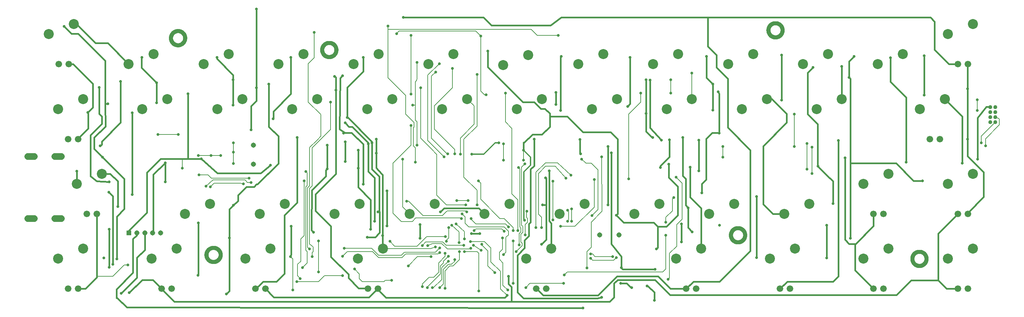
<source format=gtl>
G75*
%MOIN*%
%OFA0B0*%
%FSLAX25Y25*%
%IPPOS*%
%LPD*%
%AMOC8*
5,1,8,0,0,1.08239X$1,22.5*
%
%ADD10C,0.10000*%
%ADD11C,0.06600*%
%ADD12C,0.05150*%
%ADD13R,0.05150X0.05150*%
%ADD14C,0.06600*%
%ADD15C,0.03969*%
%ADD16C,0.03937*%
%ADD17C,0.03200*%
%ADD18C,0.02800*%
%ADD19C,0.01600*%
%ADD20C,0.00600*%
%ADD21C,0.01200*%
D10*
X0042657Y0056842D03*
X0067657Y0066842D03*
X0136161Y0056842D03*
X0161161Y0066842D03*
X0229665Y0056842D03*
X0254665Y0066842D03*
X0341870Y0056842D03*
X0366870Y0066842D03*
X0393622Y0101645D03*
X0418622Y0111645D03*
X0468425Y0101645D03*
X0493425Y0111645D03*
X0543228Y0101645D03*
X0568228Y0111645D03*
X0618031Y0101645D03*
X0643031Y0111645D03*
X0692835Y0101645D03*
X0717835Y0111645D03*
X0767638Y0101645D03*
X0792638Y0111645D03*
X0846791Y0131645D03*
X0871791Y0141645D03*
X0930945Y0131645D03*
X0955945Y0141645D03*
X0902894Y0206449D03*
X0927894Y0216449D03*
X0861142Y0251252D03*
X0886142Y0261252D03*
X0930945Y0281252D03*
X0955945Y0291252D03*
X0811339Y0261252D03*
X0786339Y0251252D03*
X0736535Y0261252D03*
X0711535Y0251252D03*
X0661732Y0261252D03*
X0636732Y0251252D03*
X0586929Y0261252D03*
X0561929Y0251252D03*
X0512126Y0260267D03*
X0487126Y0250267D03*
X0437323Y0261252D03*
X0412323Y0251252D03*
X0362520Y0261252D03*
X0337520Y0251252D03*
X0287717Y0261252D03*
X0262717Y0251252D03*
X0212913Y0261252D03*
X0187913Y0251252D03*
X0138110Y0261252D03*
X0113110Y0251252D03*
X0033307Y0281252D03*
X0058307Y0291252D03*
X0067657Y0216449D03*
X0042657Y0206449D03*
X0126811Y0206449D03*
X0151811Y0216449D03*
X0201614Y0206449D03*
X0226614Y0216449D03*
X0276417Y0206449D03*
X0301417Y0216449D03*
X0351220Y0206449D03*
X0376220Y0216449D03*
X0426024Y0206449D03*
X0451024Y0216449D03*
X0500827Y0206449D03*
X0525827Y0216449D03*
X0575630Y0206449D03*
X0600630Y0216449D03*
X0650433Y0206449D03*
X0675433Y0216449D03*
X0725236Y0206449D03*
X0750236Y0216449D03*
X0800039Y0206449D03*
X0825039Y0216449D03*
X0778287Y0066842D03*
X0753287Y0056842D03*
X0684783Y0066842D03*
X0659783Y0056842D03*
X0535177Y0066842D03*
X0510177Y0056842D03*
X0343819Y0111645D03*
X0318819Y0101645D03*
X0269016Y0111645D03*
X0244016Y0101645D03*
X0194213Y0111645D03*
X0169213Y0101645D03*
X0061358Y0131645D03*
X0086358Y0141645D03*
X0846791Y0056842D03*
X0871791Y0066842D03*
X0930945Y0056842D03*
X0955945Y0066842D03*
D11*
X0052657Y0026842D03*
X0062657Y0026842D03*
X0146161Y0026842D03*
X0156161Y0026842D03*
X0239665Y0026842D03*
X0249665Y0026842D03*
X0351870Y0026842D03*
X0361870Y0026842D03*
X0520177Y0026842D03*
X0530177Y0026842D03*
X0669783Y0026842D03*
X0679783Y0026842D03*
X0763287Y0026842D03*
X0773287Y0026842D03*
X0856791Y0026842D03*
X0866791Y0026842D03*
X0940945Y0026842D03*
X0950945Y0026842D03*
X0950945Y0101645D03*
X0940945Y0101645D03*
X0866791Y0101645D03*
X0856791Y0101645D03*
X0912894Y0176449D03*
X0922894Y0176449D03*
X0940945Y0251252D03*
X0950945Y0251252D03*
X0081358Y0101645D03*
X0071358Y0101645D03*
X0062657Y0176449D03*
X0052657Y0176449D03*
X0053307Y0251252D03*
X0043307Y0251252D03*
D12*
X0237850Y0170373D03*
X0237850Y0151160D03*
X0144948Y0082767D03*
X0137074Y0082767D03*
X0129200Y0082767D03*
X0121326Y0082767D03*
X0583394Y0080767D03*
X0602606Y0080767D03*
D13*
X0113452Y0082767D03*
D14*
X0046056Y0097068D02*
X0039456Y0097068D01*
X0018930Y0097068D02*
X0012330Y0097068D01*
X0012330Y0158879D02*
X0018930Y0158879D01*
X0039456Y0158879D02*
X0046056Y0158879D01*
D15*
X0973300Y0193167D03*
X0978300Y0193167D03*
X0978300Y0198167D03*
X0978300Y0203167D03*
X0973300Y0203167D03*
X0973300Y0198167D03*
X0973300Y0208167D03*
X0978300Y0208167D03*
D16*
X0751850Y0285031D02*
X0751852Y0285205D01*
X0751859Y0285379D01*
X0751869Y0285552D01*
X0751884Y0285726D01*
X0751903Y0285899D01*
X0751927Y0286071D01*
X0751954Y0286243D01*
X0751986Y0286414D01*
X0752022Y0286584D01*
X0752062Y0286753D01*
X0752107Y0286921D01*
X0752155Y0287088D01*
X0752208Y0287254D01*
X0752264Y0287419D01*
X0752325Y0287582D01*
X0752389Y0287743D01*
X0752458Y0287903D01*
X0752530Y0288061D01*
X0752607Y0288217D01*
X0752687Y0288372D01*
X0752771Y0288524D01*
X0752858Y0288674D01*
X0752950Y0288823D01*
X0753044Y0288968D01*
X0753143Y0289112D01*
X0753245Y0289253D01*
X0753350Y0289391D01*
X0753459Y0289527D01*
X0753571Y0289660D01*
X0753686Y0289790D01*
X0753804Y0289918D01*
X0753926Y0290042D01*
X0754050Y0290164D01*
X0754178Y0290282D01*
X0754308Y0290397D01*
X0754441Y0290509D01*
X0754577Y0290618D01*
X0754715Y0290723D01*
X0754856Y0290825D01*
X0755000Y0290924D01*
X0755145Y0291018D01*
X0755294Y0291110D01*
X0755444Y0291197D01*
X0755596Y0291281D01*
X0755751Y0291361D01*
X0755907Y0291438D01*
X0756065Y0291510D01*
X0756225Y0291579D01*
X0756386Y0291643D01*
X0756549Y0291704D01*
X0756714Y0291760D01*
X0756880Y0291813D01*
X0757047Y0291861D01*
X0757215Y0291906D01*
X0757384Y0291946D01*
X0757554Y0291982D01*
X0757725Y0292014D01*
X0757897Y0292041D01*
X0758069Y0292065D01*
X0758242Y0292084D01*
X0758416Y0292099D01*
X0758589Y0292109D01*
X0758763Y0292116D01*
X0758937Y0292118D01*
X0759111Y0292116D01*
X0759285Y0292109D01*
X0759458Y0292099D01*
X0759632Y0292084D01*
X0759805Y0292065D01*
X0759977Y0292041D01*
X0760149Y0292014D01*
X0760320Y0291982D01*
X0760490Y0291946D01*
X0760659Y0291906D01*
X0760827Y0291861D01*
X0760994Y0291813D01*
X0761160Y0291760D01*
X0761325Y0291704D01*
X0761488Y0291643D01*
X0761649Y0291579D01*
X0761809Y0291510D01*
X0761967Y0291438D01*
X0762123Y0291361D01*
X0762278Y0291281D01*
X0762430Y0291197D01*
X0762580Y0291110D01*
X0762729Y0291018D01*
X0762874Y0290924D01*
X0763018Y0290825D01*
X0763159Y0290723D01*
X0763297Y0290618D01*
X0763433Y0290509D01*
X0763566Y0290397D01*
X0763696Y0290282D01*
X0763824Y0290164D01*
X0763948Y0290042D01*
X0764070Y0289918D01*
X0764188Y0289790D01*
X0764303Y0289660D01*
X0764415Y0289527D01*
X0764524Y0289391D01*
X0764629Y0289253D01*
X0764731Y0289112D01*
X0764830Y0288968D01*
X0764924Y0288823D01*
X0765016Y0288674D01*
X0765103Y0288524D01*
X0765187Y0288372D01*
X0765267Y0288217D01*
X0765344Y0288061D01*
X0765416Y0287903D01*
X0765485Y0287743D01*
X0765549Y0287582D01*
X0765610Y0287419D01*
X0765666Y0287254D01*
X0765719Y0287088D01*
X0765767Y0286921D01*
X0765812Y0286753D01*
X0765852Y0286584D01*
X0765888Y0286414D01*
X0765920Y0286243D01*
X0765947Y0286071D01*
X0765971Y0285899D01*
X0765990Y0285726D01*
X0766005Y0285552D01*
X0766015Y0285379D01*
X0766022Y0285205D01*
X0766024Y0285031D01*
X0766022Y0284857D01*
X0766015Y0284683D01*
X0766005Y0284510D01*
X0765990Y0284336D01*
X0765971Y0284163D01*
X0765947Y0283991D01*
X0765920Y0283819D01*
X0765888Y0283648D01*
X0765852Y0283478D01*
X0765812Y0283309D01*
X0765767Y0283141D01*
X0765719Y0282974D01*
X0765666Y0282808D01*
X0765610Y0282643D01*
X0765549Y0282480D01*
X0765485Y0282319D01*
X0765416Y0282159D01*
X0765344Y0282001D01*
X0765267Y0281845D01*
X0765187Y0281690D01*
X0765103Y0281538D01*
X0765016Y0281388D01*
X0764924Y0281239D01*
X0764830Y0281094D01*
X0764731Y0280950D01*
X0764629Y0280809D01*
X0764524Y0280671D01*
X0764415Y0280535D01*
X0764303Y0280402D01*
X0764188Y0280272D01*
X0764070Y0280144D01*
X0763948Y0280020D01*
X0763824Y0279898D01*
X0763696Y0279780D01*
X0763566Y0279665D01*
X0763433Y0279553D01*
X0763297Y0279444D01*
X0763159Y0279339D01*
X0763018Y0279237D01*
X0762874Y0279138D01*
X0762729Y0279044D01*
X0762580Y0278952D01*
X0762430Y0278865D01*
X0762278Y0278781D01*
X0762123Y0278701D01*
X0761967Y0278624D01*
X0761809Y0278552D01*
X0761649Y0278483D01*
X0761488Y0278419D01*
X0761325Y0278358D01*
X0761160Y0278302D01*
X0760994Y0278249D01*
X0760827Y0278201D01*
X0760659Y0278156D01*
X0760490Y0278116D01*
X0760320Y0278080D01*
X0760149Y0278048D01*
X0759977Y0278021D01*
X0759805Y0277997D01*
X0759632Y0277978D01*
X0759458Y0277963D01*
X0759285Y0277953D01*
X0759111Y0277946D01*
X0758937Y0277944D01*
X0758763Y0277946D01*
X0758589Y0277953D01*
X0758416Y0277963D01*
X0758242Y0277978D01*
X0758069Y0277997D01*
X0757897Y0278021D01*
X0757725Y0278048D01*
X0757554Y0278080D01*
X0757384Y0278116D01*
X0757215Y0278156D01*
X0757047Y0278201D01*
X0756880Y0278249D01*
X0756714Y0278302D01*
X0756549Y0278358D01*
X0756386Y0278419D01*
X0756225Y0278483D01*
X0756065Y0278552D01*
X0755907Y0278624D01*
X0755751Y0278701D01*
X0755596Y0278781D01*
X0755444Y0278865D01*
X0755294Y0278952D01*
X0755145Y0279044D01*
X0755000Y0279138D01*
X0754856Y0279237D01*
X0754715Y0279339D01*
X0754577Y0279444D01*
X0754441Y0279553D01*
X0754308Y0279665D01*
X0754178Y0279780D01*
X0754050Y0279898D01*
X0753926Y0280020D01*
X0753804Y0280144D01*
X0753686Y0280272D01*
X0753571Y0280402D01*
X0753459Y0280535D01*
X0753350Y0280671D01*
X0753245Y0280809D01*
X0753143Y0280950D01*
X0753044Y0281094D01*
X0752950Y0281239D01*
X0752858Y0281388D01*
X0752771Y0281538D01*
X0752687Y0281690D01*
X0752607Y0281845D01*
X0752530Y0282001D01*
X0752458Y0282159D01*
X0752389Y0282319D01*
X0752325Y0282480D01*
X0752264Y0282643D01*
X0752208Y0282808D01*
X0752155Y0282974D01*
X0752107Y0283141D01*
X0752062Y0283309D01*
X0752022Y0283478D01*
X0751986Y0283648D01*
X0751954Y0283819D01*
X0751927Y0283991D01*
X0751903Y0284163D01*
X0751884Y0284336D01*
X0751869Y0284510D01*
X0751859Y0284683D01*
X0751852Y0284857D01*
X0751850Y0285031D01*
X0306368Y0265346D02*
X0306370Y0265520D01*
X0306377Y0265694D01*
X0306387Y0265867D01*
X0306402Y0266041D01*
X0306421Y0266214D01*
X0306445Y0266386D01*
X0306472Y0266558D01*
X0306504Y0266729D01*
X0306540Y0266899D01*
X0306580Y0267068D01*
X0306625Y0267236D01*
X0306673Y0267403D01*
X0306726Y0267569D01*
X0306782Y0267734D01*
X0306843Y0267897D01*
X0306907Y0268058D01*
X0306976Y0268218D01*
X0307048Y0268376D01*
X0307125Y0268532D01*
X0307205Y0268687D01*
X0307289Y0268839D01*
X0307376Y0268989D01*
X0307468Y0269138D01*
X0307562Y0269283D01*
X0307661Y0269427D01*
X0307763Y0269568D01*
X0307868Y0269706D01*
X0307977Y0269842D01*
X0308089Y0269975D01*
X0308204Y0270105D01*
X0308322Y0270233D01*
X0308444Y0270357D01*
X0308568Y0270479D01*
X0308696Y0270597D01*
X0308826Y0270712D01*
X0308959Y0270824D01*
X0309095Y0270933D01*
X0309233Y0271038D01*
X0309374Y0271140D01*
X0309518Y0271239D01*
X0309663Y0271333D01*
X0309812Y0271425D01*
X0309962Y0271512D01*
X0310114Y0271596D01*
X0310269Y0271676D01*
X0310425Y0271753D01*
X0310583Y0271825D01*
X0310743Y0271894D01*
X0310904Y0271958D01*
X0311067Y0272019D01*
X0311232Y0272075D01*
X0311398Y0272128D01*
X0311565Y0272176D01*
X0311733Y0272221D01*
X0311902Y0272261D01*
X0312072Y0272297D01*
X0312243Y0272329D01*
X0312415Y0272356D01*
X0312587Y0272380D01*
X0312760Y0272399D01*
X0312934Y0272414D01*
X0313107Y0272424D01*
X0313281Y0272431D01*
X0313455Y0272433D01*
X0313629Y0272431D01*
X0313803Y0272424D01*
X0313976Y0272414D01*
X0314150Y0272399D01*
X0314323Y0272380D01*
X0314495Y0272356D01*
X0314667Y0272329D01*
X0314838Y0272297D01*
X0315008Y0272261D01*
X0315177Y0272221D01*
X0315345Y0272176D01*
X0315512Y0272128D01*
X0315678Y0272075D01*
X0315843Y0272019D01*
X0316006Y0271958D01*
X0316167Y0271894D01*
X0316327Y0271825D01*
X0316485Y0271753D01*
X0316641Y0271676D01*
X0316796Y0271596D01*
X0316948Y0271512D01*
X0317098Y0271425D01*
X0317247Y0271333D01*
X0317392Y0271239D01*
X0317536Y0271140D01*
X0317677Y0271038D01*
X0317815Y0270933D01*
X0317951Y0270824D01*
X0318084Y0270712D01*
X0318214Y0270597D01*
X0318342Y0270479D01*
X0318466Y0270357D01*
X0318588Y0270233D01*
X0318706Y0270105D01*
X0318821Y0269975D01*
X0318933Y0269842D01*
X0319042Y0269706D01*
X0319147Y0269568D01*
X0319249Y0269427D01*
X0319348Y0269283D01*
X0319442Y0269138D01*
X0319534Y0268989D01*
X0319621Y0268839D01*
X0319705Y0268687D01*
X0319785Y0268532D01*
X0319862Y0268376D01*
X0319934Y0268218D01*
X0320003Y0268058D01*
X0320067Y0267897D01*
X0320128Y0267734D01*
X0320184Y0267569D01*
X0320237Y0267403D01*
X0320285Y0267236D01*
X0320330Y0267068D01*
X0320370Y0266899D01*
X0320406Y0266729D01*
X0320438Y0266558D01*
X0320465Y0266386D01*
X0320489Y0266214D01*
X0320508Y0266041D01*
X0320523Y0265867D01*
X0320533Y0265694D01*
X0320540Y0265520D01*
X0320542Y0265346D01*
X0320540Y0265172D01*
X0320533Y0264998D01*
X0320523Y0264825D01*
X0320508Y0264651D01*
X0320489Y0264478D01*
X0320465Y0264306D01*
X0320438Y0264134D01*
X0320406Y0263963D01*
X0320370Y0263793D01*
X0320330Y0263624D01*
X0320285Y0263456D01*
X0320237Y0263289D01*
X0320184Y0263123D01*
X0320128Y0262958D01*
X0320067Y0262795D01*
X0320003Y0262634D01*
X0319934Y0262474D01*
X0319862Y0262316D01*
X0319785Y0262160D01*
X0319705Y0262005D01*
X0319621Y0261853D01*
X0319534Y0261703D01*
X0319442Y0261554D01*
X0319348Y0261409D01*
X0319249Y0261265D01*
X0319147Y0261124D01*
X0319042Y0260986D01*
X0318933Y0260850D01*
X0318821Y0260717D01*
X0318706Y0260587D01*
X0318588Y0260459D01*
X0318466Y0260335D01*
X0318342Y0260213D01*
X0318214Y0260095D01*
X0318084Y0259980D01*
X0317951Y0259868D01*
X0317815Y0259759D01*
X0317677Y0259654D01*
X0317536Y0259552D01*
X0317392Y0259453D01*
X0317247Y0259359D01*
X0317098Y0259267D01*
X0316948Y0259180D01*
X0316796Y0259096D01*
X0316641Y0259016D01*
X0316485Y0258939D01*
X0316327Y0258867D01*
X0316167Y0258798D01*
X0316006Y0258734D01*
X0315843Y0258673D01*
X0315678Y0258617D01*
X0315512Y0258564D01*
X0315345Y0258516D01*
X0315177Y0258471D01*
X0315008Y0258431D01*
X0314838Y0258395D01*
X0314667Y0258363D01*
X0314495Y0258336D01*
X0314323Y0258312D01*
X0314150Y0258293D01*
X0313976Y0258278D01*
X0313803Y0258268D01*
X0313629Y0258261D01*
X0313455Y0258259D01*
X0313281Y0258261D01*
X0313107Y0258268D01*
X0312934Y0258278D01*
X0312760Y0258293D01*
X0312587Y0258312D01*
X0312415Y0258336D01*
X0312243Y0258363D01*
X0312072Y0258395D01*
X0311902Y0258431D01*
X0311733Y0258471D01*
X0311565Y0258516D01*
X0311398Y0258564D01*
X0311232Y0258617D01*
X0311067Y0258673D01*
X0310904Y0258734D01*
X0310743Y0258798D01*
X0310583Y0258867D01*
X0310425Y0258939D01*
X0310269Y0259016D01*
X0310114Y0259096D01*
X0309962Y0259180D01*
X0309812Y0259267D01*
X0309663Y0259359D01*
X0309518Y0259453D01*
X0309374Y0259552D01*
X0309233Y0259654D01*
X0309095Y0259759D01*
X0308959Y0259868D01*
X0308826Y0259980D01*
X0308696Y0260095D01*
X0308568Y0260213D01*
X0308444Y0260335D01*
X0308322Y0260459D01*
X0308204Y0260587D01*
X0308089Y0260717D01*
X0307977Y0260850D01*
X0307868Y0260986D01*
X0307763Y0261124D01*
X0307661Y0261265D01*
X0307562Y0261409D01*
X0307468Y0261554D01*
X0307376Y0261703D01*
X0307289Y0261853D01*
X0307205Y0262005D01*
X0307125Y0262160D01*
X0307048Y0262316D01*
X0306976Y0262474D01*
X0306907Y0262634D01*
X0306843Y0262795D01*
X0306782Y0262958D01*
X0306726Y0263123D01*
X0306673Y0263289D01*
X0306625Y0263456D01*
X0306580Y0263624D01*
X0306540Y0263793D01*
X0306504Y0263963D01*
X0306472Y0264134D01*
X0306445Y0264306D01*
X0306421Y0264478D01*
X0306402Y0264651D01*
X0306387Y0264825D01*
X0306377Y0264998D01*
X0306370Y0265172D01*
X0306368Y0265346D01*
X0155393Y0277157D02*
X0155395Y0277331D01*
X0155402Y0277505D01*
X0155412Y0277678D01*
X0155427Y0277852D01*
X0155446Y0278025D01*
X0155470Y0278197D01*
X0155497Y0278369D01*
X0155529Y0278540D01*
X0155565Y0278710D01*
X0155605Y0278879D01*
X0155650Y0279047D01*
X0155698Y0279214D01*
X0155751Y0279380D01*
X0155807Y0279545D01*
X0155868Y0279708D01*
X0155932Y0279869D01*
X0156001Y0280029D01*
X0156073Y0280187D01*
X0156150Y0280343D01*
X0156230Y0280498D01*
X0156314Y0280650D01*
X0156401Y0280800D01*
X0156493Y0280949D01*
X0156587Y0281094D01*
X0156686Y0281238D01*
X0156788Y0281379D01*
X0156893Y0281517D01*
X0157002Y0281653D01*
X0157114Y0281786D01*
X0157229Y0281916D01*
X0157347Y0282044D01*
X0157469Y0282168D01*
X0157593Y0282290D01*
X0157721Y0282408D01*
X0157851Y0282523D01*
X0157984Y0282635D01*
X0158120Y0282744D01*
X0158258Y0282849D01*
X0158399Y0282951D01*
X0158543Y0283050D01*
X0158688Y0283144D01*
X0158837Y0283236D01*
X0158987Y0283323D01*
X0159139Y0283407D01*
X0159294Y0283487D01*
X0159450Y0283564D01*
X0159608Y0283636D01*
X0159768Y0283705D01*
X0159929Y0283769D01*
X0160092Y0283830D01*
X0160257Y0283886D01*
X0160423Y0283939D01*
X0160590Y0283987D01*
X0160758Y0284032D01*
X0160927Y0284072D01*
X0161097Y0284108D01*
X0161268Y0284140D01*
X0161440Y0284167D01*
X0161612Y0284191D01*
X0161785Y0284210D01*
X0161959Y0284225D01*
X0162132Y0284235D01*
X0162306Y0284242D01*
X0162480Y0284244D01*
X0162654Y0284242D01*
X0162828Y0284235D01*
X0163001Y0284225D01*
X0163175Y0284210D01*
X0163348Y0284191D01*
X0163520Y0284167D01*
X0163692Y0284140D01*
X0163863Y0284108D01*
X0164033Y0284072D01*
X0164202Y0284032D01*
X0164370Y0283987D01*
X0164537Y0283939D01*
X0164703Y0283886D01*
X0164868Y0283830D01*
X0165031Y0283769D01*
X0165192Y0283705D01*
X0165352Y0283636D01*
X0165510Y0283564D01*
X0165666Y0283487D01*
X0165821Y0283407D01*
X0165973Y0283323D01*
X0166123Y0283236D01*
X0166272Y0283144D01*
X0166417Y0283050D01*
X0166561Y0282951D01*
X0166702Y0282849D01*
X0166840Y0282744D01*
X0166976Y0282635D01*
X0167109Y0282523D01*
X0167239Y0282408D01*
X0167367Y0282290D01*
X0167491Y0282168D01*
X0167613Y0282044D01*
X0167731Y0281916D01*
X0167846Y0281786D01*
X0167958Y0281653D01*
X0168067Y0281517D01*
X0168172Y0281379D01*
X0168274Y0281238D01*
X0168373Y0281094D01*
X0168467Y0280949D01*
X0168559Y0280800D01*
X0168646Y0280650D01*
X0168730Y0280498D01*
X0168810Y0280343D01*
X0168887Y0280187D01*
X0168959Y0280029D01*
X0169028Y0279869D01*
X0169092Y0279708D01*
X0169153Y0279545D01*
X0169209Y0279380D01*
X0169262Y0279214D01*
X0169310Y0279047D01*
X0169355Y0278879D01*
X0169395Y0278710D01*
X0169431Y0278540D01*
X0169463Y0278369D01*
X0169490Y0278197D01*
X0169514Y0278025D01*
X0169533Y0277852D01*
X0169548Y0277678D01*
X0169558Y0277505D01*
X0169565Y0277331D01*
X0169567Y0277157D01*
X0169565Y0276983D01*
X0169558Y0276809D01*
X0169548Y0276636D01*
X0169533Y0276462D01*
X0169514Y0276289D01*
X0169490Y0276117D01*
X0169463Y0275945D01*
X0169431Y0275774D01*
X0169395Y0275604D01*
X0169355Y0275435D01*
X0169310Y0275267D01*
X0169262Y0275100D01*
X0169209Y0274934D01*
X0169153Y0274769D01*
X0169092Y0274606D01*
X0169028Y0274445D01*
X0168959Y0274285D01*
X0168887Y0274127D01*
X0168810Y0273971D01*
X0168730Y0273816D01*
X0168646Y0273664D01*
X0168559Y0273514D01*
X0168467Y0273365D01*
X0168373Y0273220D01*
X0168274Y0273076D01*
X0168172Y0272935D01*
X0168067Y0272797D01*
X0167958Y0272661D01*
X0167846Y0272528D01*
X0167731Y0272398D01*
X0167613Y0272270D01*
X0167491Y0272146D01*
X0167367Y0272024D01*
X0167239Y0271906D01*
X0167109Y0271791D01*
X0166976Y0271679D01*
X0166840Y0271570D01*
X0166702Y0271465D01*
X0166561Y0271363D01*
X0166417Y0271264D01*
X0166272Y0271170D01*
X0166123Y0271078D01*
X0165973Y0270991D01*
X0165821Y0270907D01*
X0165666Y0270827D01*
X0165510Y0270750D01*
X0165352Y0270678D01*
X0165192Y0270609D01*
X0165031Y0270545D01*
X0164868Y0270484D01*
X0164703Y0270428D01*
X0164537Y0270375D01*
X0164370Y0270327D01*
X0164202Y0270282D01*
X0164033Y0270242D01*
X0163863Y0270206D01*
X0163692Y0270174D01*
X0163520Y0270147D01*
X0163348Y0270123D01*
X0163175Y0270104D01*
X0163001Y0270089D01*
X0162828Y0270079D01*
X0162654Y0270072D01*
X0162480Y0270070D01*
X0162306Y0270072D01*
X0162132Y0270079D01*
X0161959Y0270089D01*
X0161785Y0270104D01*
X0161612Y0270123D01*
X0161440Y0270147D01*
X0161268Y0270174D01*
X0161097Y0270206D01*
X0160927Y0270242D01*
X0160758Y0270282D01*
X0160590Y0270327D01*
X0160423Y0270375D01*
X0160257Y0270428D01*
X0160092Y0270484D01*
X0159929Y0270545D01*
X0159768Y0270609D01*
X0159608Y0270678D01*
X0159450Y0270750D01*
X0159294Y0270827D01*
X0159139Y0270907D01*
X0158987Y0270991D01*
X0158837Y0271078D01*
X0158688Y0271170D01*
X0158543Y0271264D01*
X0158399Y0271363D01*
X0158258Y0271465D01*
X0158120Y0271570D01*
X0157984Y0271679D01*
X0157851Y0271791D01*
X0157721Y0271906D01*
X0157593Y0272024D01*
X0157469Y0272146D01*
X0157347Y0272270D01*
X0157229Y0272398D01*
X0157114Y0272528D01*
X0157002Y0272661D01*
X0156893Y0272797D01*
X0156788Y0272935D01*
X0156686Y0273076D01*
X0156587Y0273220D01*
X0156493Y0273365D01*
X0156401Y0273514D01*
X0156314Y0273664D01*
X0156230Y0273816D01*
X0156150Y0273971D01*
X0156073Y0274127D01*
X0156001Y0274285D01*
X0155932Y0274445D01*
X0155868Y0274606D01*
X0155807Y0274769D01*
X0155751Y0274934D01*
X0155698Y0275100D01*
X0155650Y0275267D01*
X0155605Y0275435D01*
X0155565Y0275604D01*
X0155529Y0275774D01*
X0155497Y0275945D01*
X0155470Y0276117D01*
X0155446Y0276289D01*
X0155427Y0276462D01*
X0155412Y0276636D01*
X0155402Y0276809D01*
X0155395Y0276983D01*
X0155393Y0277157D01*
X0714448Y0080307D02*
X0714450Y0080481D01*
X0714457Y0080655D01*
X0714467Y0080828D01*
X0714482Y0081002D01*
X0714501Y0081175D01*
X0714525Y0081347D01*
X0714552Y0081519D01*
X0714584Y0081690D01*
X0714620Y0081860D01*
X0714660Y0082029D01*
X0714705Y0082197D01*
X0714753Y0082364D01*
X0714806Y0082530D01*
X0714862Y0082695D01*
X0714923Y0082858D01*
X0714987Y0083019D01*
X0715056Y0083179D01*
X0715128Y0083337D01*
X0715205Y0083493D01*
X0715285Y0083648D01*
X0715369Y0083800D01*
X0715456Y0083950D01*
X0715548Y0084099D01*
X0715642Y0084244D01*
X0715741Y0084388D01*
X0715843Y0084529D01*
X0715948Y0084667D01*
X0716057Y0084803D01*
X0716169Y0084936D01*
X0716284Y0085066D01*
X0716402Y0085194D01*
X0716524Y0085318D01*
X0716648Y0085440D01*
X0716776Y0085558D01*
X0716906Y0085673D01*
X0717039Y0085785D01*
X0717175Y0085894D01*
X0717313Y0085999D01*
X0717454Y0086101D01*
X0717598Y0086200D01*
X0717743Y0086294D01*
X0717892Y0086386D01*
X0718042Y0086473D01*
X0718194Y0086557D01*
X0718349Y0086637D01*
X0718505Y0086714D01*
X0718663Y0086786D01*
X0718823Y0086855D01*
X0718984Y0086919D01*
X0719147Y0086980D01*
X0719312Y0087036D01*
X0719478Y0087089D01*
X0719645Y0087137D01*
X0719813Y0087182D01*
X0719982Y0087222D01*
X0720152Y0087258D01*
X0720323Y0087290D01*
X0720495Y0087317D01*
X0720667Y0087341D01*
X0720840Y0087360D01*
X0721014Y0087375D01*
X0721187Y0087385D01*
X0721361Y0087392D01*
X0721535Y0087394D01*
X0721709Y0087392D01*
X0721883Y0087385D01*
X0722056Y0087375D01*
X0722230Y0087360D01*
X0722403Y0087341D01*
X0722575Y0087317D01*
X0722747Y0087290D01*
X0722918Y0087258D01*
X0723088Y0087222D01*
X0723257Y0087182D01*
X0723425Y0087137D01*
X0723592Y0087089D01*
X0723758Y0087036D01*
X0723923Y0086980D01*
X0724086Y0086919D01*
X0724247Y0086855D01*
X0724407Y0086786D01*
X0724565Y0086714D01*
X0724721Y0086637D01*
X0724876Y0086557D01*
X0725028Y0086473D01*
X0725178Y0086386D01*
X0725327Y0086294D01*
X0725472Y0086200D01*
X0725616Y0086101D01*
X0725757Y0085999D01*
X0725895Y0085894D01*
X0726031Y0085785D01*
X0726164Y0085673D01*
X0726294Y0085558D01*
X0726422Y0085440D01*
X0726546Y0085318D01*
X0726668Y0085194D01*
X0726786Y0085066D01*
X0726901Y0084936D01*
X0727013Y0084803D01*
X0727122Y0084667D01*
X0727227Y0084529D01*
X0727329Y0084388D01*
X0727428Y0084244D01*
X0727522Y0084099D01*
X0727614Y0083950D01*
X0727701Y0083800D01*
X0727785Y0083648D01*
X0727865Y0083493D01*
X0727942Y0083337D01*
X0728014Y0083179D01*
X0728083Y0083019D01*
X0728147Y0082858D01*
X0728208Y0082695D01*
X0728264Y0082530D01*
X0728317Y0082364D01*
X0728365Y0082197D01*
X0728410Y0082029D01*
X0728450Y0081860D01*
X0728486Y0081690D01*
X0728518Y0081519D01*
X0728545Y0081347D01*
X0728569Y0081175D01*
X0728588Y0081002D01*
X0728603Y0080828D01*
X0728613Y0080655D01*
X0728620Y0080481D01*
X0728622Y0080307D01*
X0728620Y0080133D01*
X0728613Y0079959D01*
X0728603Y0079786D01*
X0728588Y0079612D01*
X0728569Y0079439D01*
X0728545Y0079267D01*
X0728518Y0079095D01*
X0728486Y0078924D01*
X0728450Y0078754D01*
X0728410Y0078585D01*
X0728365Y0078417D01*
X0728317Y0078250D01*
X0728264Y0078084D01*
X0728208Y0077919D01*
X0728147Y0077756D01*
X0728083Y0077595D01*
X0728014Y0077435D01*
X0727942Y0077277D01*
X0727865Y0077121D01*
X0727785Y0076966D01*
X0727701Y0076814D01*
X0727614Y0076664D01*
X0727522Y0076515D01*
X0727428Y0076370D01*
X0727329Y0076226D01*
X0727227Y0076085D01*
X0727122Y0075947D01*
X0727013Y0075811D01*
X0726901Y0075678D01*
X0726786Y0075548D01*
X0726668Y0075420D01*
X0726546Y0075296D01*
X0726422Y0075174D01*
X0726294Y0075056D01*
X0726164Y0074941D01*
X0726031Y0074829D01*
X0725895Y0074720D01*
X0725757Y0074615D01*
X0725616Y0074513D01*
X0725472Y0074414D01*
X0725327Y0074320D01*
X0725178Y0074228D01*
X0725028Y0074141D01*
X0724876Y0074057D01*
X0724721Y0073977D01*
X0724565Y0073900D01*
X0724407Y0073828D01*
X0724247Y0073759D01*
X0724086Y0073695D01*
X0723923Y0073634D01*
X0723758Y0073578D01*
X0723592Y0073525D01*
X0723425Y0073477D01*
X0723257Y0073432D01*
X0723088Y0073392D01*
X0722918Y0073356D01*
X0722747Y0073324D01*
X0722575Y0073297D01*
X0722403Y0073273D01*
X0722230Y0073254D01*
X0722056Y0073239D01*
X0721883Y0073229D01*
X0721709Y0073222D01*
X0721535Y0073220D01*
X0721361Y0073222D01*
X0721187Y0073229D01*
X0721014Y0073239D01*
X0720840Y0073254D01*
X0720667Y0073273D01*
X0720495Y0073297D01*
X0720323Y0073324D01*
X0720152Y0073356D01*
X0719982Y0073392D01*
X0719813Y0073432D01*
X0719645Y0073477D01*
X0719478Y0073525D01*
X0719312Y0073578D01*
X0719147Y0073634D01*
X0718984Y0073695D01*
X0718823Y0073759D01*
X0718663Y0073828D01*
X0718505Y0073900D01*
X0718349Y0073977D01*
X0718194Y0074057D01*
X0718042Y0074141D01*
X0717892Y0074228D01*
X0717743Y0074320D01*
X0717598Y0074414D01*
X0717454Y0074513D01*
X0717313Y0074615D01*
X0717175Y0074720D01*
X0717039Y0074829D01*
X0716906Y0074941D01*
X0716776Y0075056D01*
X0716648Y0075174D01*
X0716524Y0075296D01*
X0716402Y0075420D01*
X0716284Y0075548D01*
X0716169Y0075678D01*
X0716057Y0075811D01*
X0715948Y0075947D01*
X0715843Y0076085D01*
X0715741Y0076226D01*
X0715642Y0076370D01*
X0715548Y0076515D01*
X0715456Y0076664D01*
X0715369Y0076814D01*
X0715285Y0076966D01*
X0715205Y0077121D01*
X0715128Y0077277D01*
X0715056Y0077435D01*
X0714987Y0077595D01*
X0714923Y0077756D01*
X0714862Y0077919D01*
X0714806Y0078084D01*
X0714753Y0078250D01*
X0714705Y0078417D01*
X0714660Y0078585D01*
X0714620Y0078754D01*
X0714584Y0078924D01*
X0714552Y0079095D01*
X0714525Y0079267D01*
X0714501Y0079439D01*
X0714482Y0079612D01*
X0714467Y0079786D01*
X0714457Y0079959D01*
X0714450Y0080133D01*
X0714448Y0080307D01*
X0895551Y0056685D02*
X0895553Y0056859D01*
X0895560Y0057033D01*
X0895570Y0057206D01*
X0895585Y0057380D01*
X0895604Y0057553D01*
X0895628Y0057725D01*
X0895655Y0057897D01*
X0895687Y0058068D01*
X0895723Y0058238D01*
X0895763Y0058407D01*
X0895808Y0058575D01*
X0895856Y0058742D01*
X0895909Y0058908D01*
X0895965Y0059073D01*
X0896026Y0059236D01*
X0896090Y0059397D01*
X0896159Y0059557D01*
X0896231Y0059715D01*
X0896308Y0059871D01*
X0896388Y0060026D01*
X0896472Y0060178D01*
X0896559Y0060328D01*
X0896651Y0060477D01*
X0896745Y0060622D01*
X0896844Y0060766D01*
X0896946Y0060907D01*
X0897051Y0061045D01*
X0897160Y0061181D01*
X0897272Y0061314D01*
X0897387Y0061444D01*
X0897505Y0061572D01*
X0897627Y0061696D01*
X0897751Y0061818D01*
X0897879Y0061936D01*
X0898009Y0062051D01*
X0898142Y0062163D01*
X0898278Y0062272D01*
X0898416Y0062377D01*
X0898557Y0062479D01*
X0898701Y0062578D01*
X0898846Y0062672D01*
X0898995Y0062764D01*
X0899145Y0062851D01*
X0899297Y0062935D01*
X0899452Y0063015D01*
X0899608Y0063092D01*
X0899766Y0063164D01*
X0899926Y0063233D01*
X0900087Y0063297D01*
X0900250Y0063358D01*
X0900415Y0063414D01*
X0900581Y0063467D01*
X0900748Y0063515D01*
X0900916Y0063560D01*
X0901085Y0063600D01*
X0901255Y0063636D01*
X0901426Y0063668D01*
X0901598Y0063695D01*
X0901770Y0063719D01*
X0901943Y0063738D01*
X0902117Y0063753D01*
X0902290Y0063763D01*
X0902464Y0063770D01*
X0902638Y0063772D01*
X0902812Y0063770D01*
X0902986Y0063763D01*
X0903159Y0063753D01*
X0903333Y0063738D01*
X0903506Y0063719D01*
X0903678Y0063695D01*
X0903850Y0063668D01*
X0904021Y0063636D01*
X0904191Y0063600D01*
X0904360Y0063560D01*
X0904528Y0063515D01*
X0904695Y0063467D01*
X0904861Y0063414D01*
X0905026Y0063358D01*
X0905189Y0063297D01*
X0905350Y0063233D01*
X0905510Y0063164D01*
X0905668Y0063092D01*
X0905824Y0063015D01*
X0905979Y0062935D01*
X0906131Y0062851D01*
X0906281Y0062764D01*
X0906430Y0062672D01*
X0906575Y0062578D01*
X0906719Y0062479D01*
X0906860Y0062377D01*
X0906998Y0062272D01*
X0907134Y0062163D01*
X0907267Y0062051D01*
X0907397Y0061936D01*
X0907525Y0061818D01*
X0907649Y0061696D01*
X0907771Y0061572D01*
X0907889Y0061444D01*
X0908004Y0061314D01*
X0908116Y0061181D01*
X0908225Y0061045D01*
X0908330Y0060907D01*
X0908432Y0060766D01*
X0908531Y0060622D01*
X0908625Y0060477D01*
X0908717Y0060328D01*
X0908804Y0060178D01*
X0908888Y0060026D01*
X0908968Y0059871D01*
X0909045Y0059715D01*
X0909117Y0059557D01*
X0909186Y0059397D01*
X0909250Y0059236D01*
X0909311Y0059073D01*
X0909367Y0058908D01*
X0909420Y0058742D01*
X0909468Y0058575D01*
X0909513Y0058407D01*
X0909553Y0058238D01*
X0909589Y0058068D01*
X0909621Y0057897D01*
X0909648Y0057725D01*
X0909672Y0057553D01*
X0909691Y0057380D01*
X0909706Y0057206D01*
X0909716Y0057033D01*
X0909723Y0056859D01*
X0909725Y0056685D01*
X0909723Y0056511D01*
X0909716Y0056337D01*
X0909706Y0056164D01*
X0909691Y0055990D01*
X0909672Y0055817D01*
X0909648Y0055645D01*
X0909621Y0055473D01*
X0909589Y0055302D01*
X0909553Y0055132D01*
X0909513Y0054963D01*
X0909468Y0054795D01*
X0909420Y0054628D01*
X0909367Y0054462D01*
X0909311Y0054297D01*
X0909250Y0054134D01*
X0909186Y0053973D01*
X0909117Y0053813D01*
X0909045Y0053655D01*
X0908968Y0053499D01*
X0908888Y0053344D01*
X0908804Y0053192D01*
X0908717Y0053042D01*
X0908625Y0052893D01*
X0908531Y0052748D01*
X0908432Y0052604D01*
X0908330Y0052463D01*
X0908225Y0052325D01*
X0908116Y0052189D01*
X0908004Y0052056D01*
X0907889Y0051926D01*
X0907771Y0051798D01*
X0907649Y0051674D01*
X0907525Y0051552D01*
X0907397Y0051434D01*
X0907267Y0051319D01*
X0907134Y0051207D01*
X0906998Y0051098D01*
X0906860Y0050993D01*
X0906719Y0050891D01*
X0906575Y0050792D01*
X0906430Y0050698D01*
X0906281Y0050606D01*
X0906131Y0050519D01*
X0905979Y0050435D01*
X0905824Y0050355D01*
X0905668Y0050278D01*
X0905510Y0050206D01*
X0905350Y0050137D01*
X0905189Y0050073D01*
X0905026Y0050012D01*
X0904861Y0049956D01*
X0904695Y0049903D01*
X0904528Y0049855D01*
X0904360Y0049810D01*
X0904191Y0049770D01*
X0904021Y0049734D01*
X0903850Y0049702D01*
X0903678Y0049675D01*
X0903506Y0049651D01*
X0903333Y0049632D01*
X0903159Y0049617D01*
X0902986Y0049607D01*
X0902812Y0049600D01*
X0902638Y0049598D01*
X0902464Y0049600D01*
X0902290Y0049607D01*
X0902117Y0049617D01*
X0901943Y0049632D01*
X0901770Y0049651D01*
X0901598Y0049675D01*
X0901426Y0049702D01*
X0901255Y0049734D01*
X0901085Y0049770D01*
X0900916Y0049810D01*
X0900748Y0049855D01*
X0900581Y0049903D01*
X0900415Y0049956D01*
X0900250Y0050012D01*
X0900087Y0050073D01*
X0899926Y0050137D01*
X0899766Y0050206D01*
X0899608Y0050278D01*
X0899452Y0050355D01*
X0899297Y0050435D01*
X0899145Y0050519D01*
X0898995Y0050606D01*
X0898846Y0050698D01*
X0898701Y0050792D01*
X0898557Y0050891D01*
X0898416Y0050993D01*
X0898278Y0051098D01*
X0898142Y0051207D01*
X0898009Y0051319D01*
X0897879Y0051434D01*
X0897751Y0051552D01*
X0897627Y0051674D01*
X0897505Y0051798D01*
X0897387Y0051926D01*
X0897272Y0052056D01*
X0897160Y0052189D01*
X0897051Y0052325D01*
X0896946Y0052463D01*
X0896844Y0052604D01*
X0896745Y0052748D01*
X0896651Y0052893D01*
X0896559Y0053042D01*
X0896472Y0053192D01*
X0896388Y0053344D01*
X0896308Y0053499D01*
X0896231Y0053655D01*
X0896159Y0053813D01*
X0896090Y0053973D01*
X0896026Y0054134D01*
X0895965Y0054297D01*
X0895909Y0054462D01*
X0895856Y0054628D01*
X0895808Y0054795D01*
X0895763Y0054963D01*
X0895723Y0055132D01*
X0895687Y0055302D01*
X0895655Y0055473D01*
X0895628Y0055645D01*
X0895604Y0055817D01*
X0895585Y0055990D01*
X0895570Y0056164D01*
X0895560Y0056337D01*
X0895553Y0056511D01*
X0895551Y0056685D01*
X0190826Y0060622D02*
X0190828Y0060796D01*
X0190835Y0060970D01*
X0190845Y0061143D01*
X0190860Y0061317D01*
X0190879Y0061490D01*
X0190903Y0061662D01*
X0190930Y0061834D01*
X0190962Y0062005D01*
X0190998Y0062175D01*
X0191038Y0062344D01*
X0191083Y0062512D01*
X0191131Y0062679D01*
X0191184Y0062845D01*
X0191240Y0063010D01*
X0191301Y0063173D01*
X0191365Y0063334D01*
X0191434Y0063494D01*
X0191506Y0063652D01*
X0191583Y0063808D01*
X0191663Y0063963D01*
X0191747Y0064115D01*
X0191834Y0064265D01*
X0191926Y0064414D01*
X0192020Y0064559D01*
X0192119Y0064703D01*
X0192221Y0064844D01*
X0192326Y0064982D01*
X0192435Y0065118D01*
X0192547Y0065251D01*
X0192662Y0065381D01*
X0192780Y0065509D01*
X0192902Y0065633D01*
X0193026Y0065755D01*
X0193154Y0065873D01*
X0193284Y0065988D01*
X0193417Y0066100D01*
X0193553Y0066209D01*
X0193691Y0066314D01*
X0193832Y0066416D01*
X0193976Y0066515D01*
X0194121Y0066609D01*
X0194270Y0066701D01*
X0194420Y0066788D01*
X0194572Y0066872D01*
X0194727Y0066952D01*
X0194883Y0067029D01*
X0195041Y0067101D01*
X0195201Y0067170D01*
X0195362Y0067234D01*
X0195525Y0067295D01*
X0195690Y0067351D01*
X0195856Y0067404D01*
X0196023Y0067452D01*
X0196191Y0067497D01*
X0196360Y0067537D01*
X0196530Y0067573D01*
X0196701Y0067605D01*
X0196873Y0067632D01*
X0197045Y0067656D01*
X0197218Y0067675D01*
X0197392Y0067690D01*
X0197565Y0067700D01*
X0197739Y0067707D01*
X0197913Y0067709D01*
X0198087Y0067707D01*
X0198261Y0067700D01*
X0198434Y0067690D01*
X0198608Y0067675D01*
X0198781Y0067656D01*
X0198953Y0067632D01*
X0199125Y0067605D01*
X0199296Y0067573D01*
X0199466Y0067537D01*
X0199635Y0067497D01*
X0199803Y0067452D01*
X0199970Y0067404D01*
X0200136Y0067351D01*
X0200301Y0067295D01*
X0200464Y0067234D01*
X0200625Y0067170D01*
X0200785Y0067101D01*
X0200943Y0067029D01*
X0201099Y0066952D01*
X0201254Y0066872D01*
X0201406Y0066788D01*
X0201556Y0066701D01*
X0201705Y0066609D01*
X0201850Y0066515D01*
X0201994Y0066416D01*
X0202135Y0066314D01*
X0202273Y0066209D01*
X0202409Y0066100D01*
X0202542Y0065988D01*
X0202672Y0065873D01*
X0202800Y0065755D01*
X0202924Y0065633D01*
X0203046Y0065509D01*
X0203164Y0065381D01*
X0203279Y0065251D01*
X0203391Y0065118D01*
X0203500Y0064982D01*
X0203605Y0064844D01*
X0203707Y0064703D01*
X0203806Y0064559D01*
X0203900Y0064414D01*
X0203992Y0064265D01*
X0204079Y0064115D01*
X0204163Y0063963D01*
X0204243Y0063808D01*
X0204320Y0063652D01*
X0204392Y0063494D01*
X0204461Y0063334D01*
X0204525Y0063173D01*
X0204586Y0063010D01*
X0204642Y0062845D01*
X0204695Y0062679D01*
X0204743Y0062512D01*
X0204788Y0062344D01*
X0204828Y0062175D01*
X0204864Y0062005D01*
X0204896Y0061834D01*
X0204923Y0061662D01*
X0204947Y0061490D01*
X0204966Y0061317D01*
X0204981Y0061143D01*
X0204991Y0060970D01*
X0204998Y0060796D01*
X0205000Y0060622D01*
X0204998Y0060448D01*
X0204991Y0060274D01*
X0204981Y0060101D01*
X0204966Y0059927D01*
X0204947Y0059754D01*
X0204923Y0059582D01*
X0204896Y0059410D01*
X0204864Y0059239D01*
X0204828Y0059069D01*
X0204788Y0058900D01*
X0204743Y0058732D01*
X0204695Y0058565D01*
X0204642Y0058399D01*
X0204586Y0058234D01*
X0204525Y0058071D01*
X0204461Y0057910D01*
X0204392Y0057750D01*
X0204320Y0057592D01*
X0204243Y0057436D01*
X0204163Y0057281D01*
X0204079Y0057129D01*
X0203992Y0056979D01*
X0203900Y0056830D01*
X0203806Y0056685D01*
X0203707Y0056541D01*
X0203605Y0056400D01*
X0203500Y0056262D01*
X0203391Y0056126D01*
X0203279Y0055993D01*
X0203164Y0055863D01*
X0203046Y0055735D01*
X0202924Y0055611D01*
X0202800Y0055489D01*
X0202672Y0055371D01*
X0202542Y0055256D01*
X0202409Y0055144D01*
X0202273Y0055035D01*
X0202135Y0054930D01*
X0201994Y0054828D01*
X0201850Y0054729D01*
X0201705Y0054635D01*
X0201556Y0054543D01*
X0201406Y0054456D01*
X0201254Y0054372D01*
X0201099Y0054292D01*
X0200943Y0054215D01*
X0200785Y0054143D01*
X0200625Y0054074D01*
X0200464Y0054010D01*
X0200301Y0053949D01*
X0200136Y0053893D01*
X0199970Y0053840D01*
X0199803Y0053792D01*
X0199635Y0053747D01*
X0199466Y0053707D01*
X0199296Y0053671D01*
X0199125Y0053639D01*
X0198953Y0053612D01*
X0198781Y0053588D01*
X0198608Y0053569D01*
X0198434Y0053554D01*
X0198261Y0053544D01*
X0198087Y0053537D01*
X0197913Y0053535D01*
X0197739Y0053537D01*
X0197565Y0053544D01*
X0197392Y0053554D01*
X0197218Y0053569D01*
X0197045Y0053588D01*
X0196873Y0053612D01*
X0196701Y0053639D01*
X0196530Y0053671D01*
X0196360Y0053707D01*
X0196191Y0053747D01*
X0196023Y0053792D01*
X0195856Y0053840D01*
X0195690Y0053893D01*
X0195525Y0053949D01*
X0195362Y0054010D01*
X0195201Y0054074D01*
X0195041Y0054143D01*
X0194883Y0054215D01*
X0194727Y0054292D01*
X0194572Y0054372D01*
X0194420Y0054456D01*
X0194270Y0054543D01*
X0194121Y0054635D01*
X0193976Y0054729D01*
X0193832Y0054828D01*
X0193691Y0054930D01*
X0193553Y0055035D01*
X0193417Y0055144D01*
X0193284Y0055256D01*
X0193154Y0055371D01*
X0193026Y0055489D01*
X0192902Y0055611D01*
X0192780Y0055735D01*
X0192662Y0055863D01*
X0192547Y0055993D01*
X0192435Y0056126D01*
X0192326Y0056262D01*
X0192221Y0056400D01*
X0192119Y0056541D01*
X0192020Y0056685D01*
X0191926Y0056830D01*
X0191834Y0056979D01*
X0191747Y0057129D01*
X0191663Y0057281D01*
X0191583Y0057436D01*
X0191506Y0057592D01*
X0191434Y0057750D01*
X0191365Y0057910D01*
X0191301Y0058071D01*
X0191240Y0058234D01*
X0191184Y0058399D01*
X0191131Y0058565D01*
X0191083Y0058732D01*
X0191038Y0058900D01*
X0190998Y0059069D01*
X0190962Y0059239D01*
X0190930Y0059410D01*
X0190903Y0059582D01*
X0190879Y0059754D01*
X0190860Y0059927D01*
X0190845Y0060101D01*
X0190835Y0060274D01*
X0190828Y0060448D01*
X0190826Y0060622D01*
D17*
X0190913Y0060622D03*
X0192913Y0055722D03*
X0197713Y0053622D03*
X0202913Y0055622D03*
X0204813Y0060522D03*
X0202913Y0065622D03*
X0198113Y0067522D03*
X0193013Y0065422D03*
X0714535Y0080307D03*
X0716535Y0075407D03*
X0721335Y0073307D03*
X0726535Y0075307D03*
X0728435Y0080207D03*
X0726535Y0085307D03*
X0721735Y0087207D03*
X0716635Y0085107D03*
X0895638Y0056685D03*
X0897638Y0051785D03*
X0902438Y0049685D03*
X0907638Y0051685D03*
X0909538Y0056585D03*
X0907638Y0061685D03*
X0902838Y0063585D03*
X0897738Y0061485D03*
X0318455Y0260346D03*
X0313255Y0258346D03*
X0308455Y0260446D03*
X0306455Y0265346D03*
X0308555Y0270146D03*
X0313655Y0272246D03*
X0318455Y0270346D03*
X0320355Y0265246D03*
X0169380Y0277057D03*
X0167480Y0272157D03*
X0162280Y0270157D03*
X0157480Y0272257D03*
X0155480Y0277157D03*
X0157580Y0281957D03*
X0162680Y0284057D03*
X0167480Y0282157D03*
X0751937Y0285031D03*
X0753937Y0280131D03*
X0758737Y0278031D03*
X0763937Y0280031D03*
X0765837Y0284931D03*
X0763937Y0290031D03*
X0759137Y0291931D03*
X0754037Y0289831D03*
D18*
X0765000Y0260317D03*
X0796250Y0247817D03*
X0825000Y0249067D03*
X0832500Y0237817D03*
X0873800Y0257567D03*
X0837500Y0259067D03*
X0907400Y0259567D03*
X0950600Y0226567D03*
X0960200Y0215767D03*
X0960200Y0204967D03*
X0907500Y0220317D03*
X0950600Y0176167D03*
X0964400Y0172567D03*
X0968600Y0169567D03*
X0960800Y0156367D03*
X0945424Y0152167D03*
X0905600Y0134767D03*
X0889400Y0153367D03*
X0828200Y0157567D03*
X0801200Y0149167D03*
X0790400Y0146167D03*
X0795200Y0141967D03*
X0740000Y0119067D03*
X0685400Y0122767D03*
X0657200Y0117967D03*
X0671600Y0107767D03*
X0649400Y0093367D03*
X0665000Y0091567D03*
X0675800Y0083767D03*
X0649400Y0080167D03*
X0665000Y0073567D03*
X0640000Y0066567D03*
X0600000Y0057817D03*
X0596250Y0059067D03*
X0574350Y0057217D03*
X0574350Y0061567D03*
X0570800Y0047767D03*
X0548000Y0040567D03*
X0547400Y0032167D03*
X0509600Y0027967D03*
X0497000Y0032167D03*
X0491600Y0025567D03*
X0491000Y0020167D03*
X0462600Y0024517D03*
X0429000Y0027167D03*
X0423750Y0027817D03*
X0416250Y0027817D03*
X0411250Y0027817D03*
X0406250Y0029067D03*
X0375800Y0035167D03*
X0392200Y0049567D03*
X0415000Y0058817D03*
X0423750Y0062817D03*
X0423850Y0067717D03*
X0419200Y0068767D03*
X0411550Y0070017D03*
X0406250Y0070067D03*
X0404000Y0077167D03*
X0429200Y0078967D03*
X0448247Y0076719D03*
X0443000Y0072967D03*
X0447800Y0070367D03*
X0454600Y0067167D03*
X0457500Y0070317D03*
X0454350Y0074067D03*
X0465800Y0071167D03*
X0465000Y0065317D03*
X0448200Y0063967D03*
X0443400Y0063967D03*
X0432200Y0059167D03*
X0429000Y0062367D03*
X0432200Y0054367D03*
X0438600Y0055967D03*
X0478750Y0042817D03*
X0492200Y0039367D03*
X0487400Y0060967D03*
X0500000Y0064117D03*
X0503000Y0070567D03*
X0497000Y0074767D03*
X0486200Y0077767D03*
X0488000Y0084367D03*
X0497000Y0084967D03*
X0501800Y0084967D03*
X0492200Y0088567D03*
X0508400Y0095167D03*
X0510800Y0104167D03*
X0526400Y0110767D03*
X0551200Y0105367D03*
X0555400Y0106767D03*
X0575600Y0099967D03*
X0555400Y0094367D03*
X0551200Y0094367D03*
X0544400Y0089167D03*
X0536600Y0095767D03*
X0525200Y0087967D03*
X0519800Y0087967D03*
X0509000Y0080767D03*
X0525200Y0071167D03*
X0463650Y0081867D03*
X0458000Y0084967D03*
X0455250Y0081867D03*
X0440000Y0091567D03*
X0435800Y0090367D03*
X0432800Y0087967D03*
X0445400Y0096967D03*
X0446000Y0101767D03*
X0450800Y0103567D03*
X0449600Y0110767D03*
X0452000Y0114967D03*
X0461000Y0110767D03*
X0440600Y0114967D03*
X0424400Y0103567D03*
X0455000Y0096967D03*
X0404000Y0090967D03*
X0371000Y0089767D03*
X0358600Y0094367D03*
X0354800Y0086167D03*
X0351200Y0078367D03*
X0366600Y0079967D03*
X0374000Y0074167D03*
X0328200Y0067167D03*
X0326600Y0059167D03*
X0296250Y0059067D03*
X0293750Y0066567D03*
X0274550Y0059067D03*
X0286600Y0047967D03*
X0302600Y0043567D03*
X0284400Y0036967D03*
X0281000Y0033967D03*
X0277000Y0025567D03*
X0326600Y0039967D03*
X0338600Y0046567D03*
X0302600Y0074767D03*
X0297800Y0083167D03*
X0275400Y0089167D03*
X0217800Y0110367D03*
X0194600Y0128767D03*
X0190200Y0129167D03*
X0183200Y0140767D03*
X0166600Y0147167D03*
X0149600Y0152767D03*
X0182600Y0159967D03*
X0185800Y0156767D03*
X0195400Y0159967D03*
X0205000Y0159967D03*
X0217800Y0163167D03*
X0217800Y0172767D03*
X0235400Y0185567D03*
X0257500Y0196567D03*
X0217500Y0210317D03*
X0172400Y0221767D03*
X0141000Y0212767D03*
X0116600Y0202567D03*
X0092500Y0211567D03*
X0072500Y0202817D03*
X0142400Y0180967D03*
X0162800Y0180967D03*
X0084800Y0169567D03*
X0086875Y0158442D03*
X0061400Y0144367D03*
X0093800Y0133567D03*
X0093200Y0123367D03*
X0116600Y0120967D03*
X0102200Y0108967D03*
X0093600Y0086167D03*
X0088200Y0057567D03*
X0097400Y0051367D03*
X0093800Y0048367D03*
X0101250Y0056567D03*
X0112400Y0050767D03*
X0182500Y0040317D03*
X0210850Y0021667D03*
X0113750Y0022817D03*
X0105800Y0022367D03*
X0213800Y0077767D03*
X0182600Y0092767D03*
X0227600Y0131767D03*
X0235400Y0132967D03*
X0233400Y0137167D03*
X0217800Y0151967D03*
X0254600Y0150367D03*
X0290150Y0143967D03*
X0311250Y0146567D03*
X0329400Y0154067D03*
X0342200Y0147367D03*
X0360200Y0162367D03*
X0342200Y0165367D03*
X0352200Y0171767D03*
X0356000Y0172567D03*
X0360200Y0176167D03*
X0329400Y0173567D03*
X0327800Y0182167D03*
X0329200Y0192567D03*
X0331250Y0197817D03*
X0314600Y0213367D03*
X0320000Y0225367D03*
X0318750Y0239067D03*
X0326750Y0239617D03*
X0347500Y0257817D03*
X0401000Y0252967D03*
X0423200Y0251767D03*
X0436400Y0246967D03*
X0419600Y0243367D03*
X0404600Y0227767D03*
X0395000Y0221167D03*
X0396800Y0210367D03*
X0395000Y0189967D03*
X0401000Y0170167D03*
X0431600Y0161767D03*
X0428000Y0158767D03*
X0438800Y0161767D03*
X0444200Y0161167D03*
X0455600Y0161167D03*
X0482600Y0172567D03*
X0487500Y0171567D03*
X0507500Y0165317D03*
X0507500Y0155317D03*
X0508750Y0151567D03*
X0502450Y0147817D03*
X0487500Y0155317D03*
X0529400Y0137767D03*
X0536600Y0134167D03*
X0549800Y0137167D03*
X0554600Y0140167D03*
X0533000Y0144667D03*
X0565400Y0156367D03*
X0564200Y0161767D03*
X0585200Y0158767D03*
X0595000Y0162767D03*
X0591800Y0168967D03*
X0563750Y0175867D03*
X0518000Y0176167D03*
X0544400Y0204967D03*
X0539600Y0210967D03*
X0539600Y0222967D03*
X0489200Y0222367D03*
X0470000Y0220567D03*
X0461000Y0240967D03*
X0471800Y0264367D03*
X0464600Y0279367D03*
X0395000Y0279967D03*
X0380600Y0281767D03*
X0371995Y0289362D03*
X0387200Y0297967D03*
X0298300Y0282867D03*
X0240800Y0306367D03*
X0275000Y0257817D03*
X0217500Y0235567D03*
X0240800Y0227767D03*
X0253000Y0231367D03*
X0201250Y0257817D03*
X0141000Y0232752D03*
X0105000Y0234067D03*
X0083750Y0227817D03*
X0126250Y0257817D03*
X0048800Y0288967D03*
X0281250Y0177817D03*
X0311250Y0170317D03*
X0386600Y0156367D03*
X0399200Y0153367D03*
X0462200Y0134767D03*
X0390800Y0114367D03*
X0371000Y0124567D03*
X0347400Y0131167D03*
X0288200Y0134767D03*
X0362000Y0103567D03*
X0430400Y0074167D03*
X0585200Y0018367D03*
X0566600Y0007567D03*
X0615200Y0027967D03*
X0604400Y0032167D03*
X0630800Y0029767D03*
X0651800Y0036367D03*
X0638600Y0046367D03*
X0605000Y0047817D03*
X0638000Y0015367D03*
X0740000Y0057817D03*
X0810000Y0057767D03*
X0833600Y0077167D03*
X0810000Y0090317D03*
X0816200Y0111967D03*
X0703050Y0090317D03*
X0600000Y0100317D03*
X0591800Y0110767D03*
X0578000Y0135967D03*
X0612200Y0136567D03*
X0644000Y0147967D03*
X0652500Y0151417D03*
X0673800Y0148167D03*
X0682500Y0144767D03*
X0659600Y0138367D03*
X0706400Y0158167D03*
X0706400Y0168967D03*
X0682500Y0175317D03*
X0666200Y0177967D03*
X0653000Y0175567D03*
X0645000Y0175417D03*
X0636250Y0177817D03*
X0629600Y0201967D03*
X0611250Y0209067D03*
X0624200Y0222367D03*
X0654200Y0222367D03*
X0654200Y0235567D03*
X0633850Y0235417D03*
X0629600Y0235567D03*
X0675200Y0242167D03*
X0696200Y0231367D03*
X0701600Y0223567D03*
X0696250Y0205317D03*
X0702800Y0182167D03*
X0777800Y0168967D03*
X0790400Y0171967D03*
X0795200Y0168367D03*
X0821600Y0174795D03*
X0777800Y0201367D03*
X0765000Y0215317D03*
X0690000Y0259067D03*
X0613750Y0257817D03*
X0545000Y0259067D03*
X0542000Y0279967D03*
X0149600Y0133567D03*
D19*
X0149600Y0152767D01*
X0137800Y0140967D01*
X0137800Y0083493D01*
X0137074Y0082767D01*
X0129200Y0082767D02*
X0129200Y0065767D01*
X0121250Y0057817D01*
X0121250Y0037817D01*
X0105800Y0022367D01*
X0101000Y0026317D02*
X0101000Y0017567D01*
X0101800Y0017567D01*
X0111200Y0008167D01*
X0566600Y0007567D01*
X0581000Y0017167D02*
X0507200Y0017167D01*
X0501200Y0023167D01*
X0501200Y0060367D01*
X0508400Y0067567D01*
X0508400Y0075367D01*
X0512600Y0079567D01*
X0512600Y0091567D01*
X0514400Y0093367D01*
X0514400Y0146167D01*
X0518000Y0149767D01*
X0518000Y0176167D01*
X0516200Y0180967D02*
X0508100Y0172867D01*
X0507500Y0172867D01*
X0507500Y0165317D01*
X0516200Y0180967D02*
X0525800Y0180967D01*
X0533600Y0188767D01*
X0533600Y0198367D01*
X0534200Y0198967D01*
X0551000Y0198967D01*
X0566600Y0183367D01*
X0594200Y0183367D01*
X0601400Y0176167D01*
X0601400Y0101767D01*
X0600200Y0100567D01*
X0600000Y0100317D02*
X0607500Y0092817D01*
X0637500Y0092817D01*
X0641250Y0089067D01*
X0650000Y0089067D01*
X0661250Y0100317D01*
X0661250Y0129067D01*
X0652500Y0137817D01*
X0652500Y0151417D01*
X0653000Y0158767D02*
X0644000Y0149767D01*
X0644000Y0147967D01*
X0666200Y0139567D02*
X0669200Y0136567D01*
X0669200Y0110167D01*
X0671600Y0107767D01*
X0671600Y0087967D01*
X0675800Y0083767D01*
X0665000Y0091567D02*
X0665000Y0073567D01*
X0684783Y0066842D02*
X0684783Y0107383D01*
X0673800Y0118367D01*
X0673800Y0148167D01*
X0682500Y0144767D02*
X0682500Y0175317D01*
X0689600Y0176767D02*
X0695600Y0182767D01*
X0702200Y0182767D01*
X0702800Y0182167D01*
X0702800Y0221767D01*
X0701600Y0223567D01*
X0696200Y0228767D02*
X0696200Y0231367D01*
X0690000Y0237567D01*
X0690000Y0259067D01*
X0700000Y0260317D02*
X0691250Y0269067D01*
X0691250Y0297817D01*
X0913550Y0297817D01*
X0917600Y0293767D01*
X0917600Y0265567D01*
X0931915Y0251252D01*
X0940945Y0251252D01*
X0950600Y0250907D02*
X0950945Y0251252D01*
X0950600Y0250907D02*
X0950600Y0226567D01*
X0950600Y0176167D01*
X0950600Y0159367D01*
X0966800Y0143167D01*
X0966800Y0118567D01*
X0950945Y0102712D01*
X0950945Y0101645D01*
X0940945Y0101645D02*
X0921200Y0081901D01*
X0921200Y0035167D01*
X0894200Y0035167D01*
X0879800Y0020767D01*
X0653600Y0020767D01*
X0638600Y0035767D01*
X0601400Y0035767D01*
X0597800Y0032167D01*
X0597800Y0018367D01*
X0593500Y0014067D01*
X0495800Y0014067D01*
X0495200Y0014667D01*
X0495200Y0028567D01*
X0492200Y0031567D01*
X0492200Y0039367D01*
X0520177Y0026842D02*
X0520324Y0026842D01*
X0527000Y0020167D01*
X0581600Y0020167D01*
X0600800Y0039367D01*
X0641600Y0039367D01*
X0654124Y0026842D01*
X0669783Y0026842D01*
X0676908Y0033967D01*
X0703150Y0033967D01*
X0733750Y0064567D01*
X0733750Y0165317D01*
X0711250Y0187817D01*
X0711250Y0236567D01*
X0700000Y0247817D01*
X0700000Y0260317D01*
X0765000Y0260317D02*
X0765000Y0215317D01*
X0755000Y0216567D02*
X0750354Y0216567D01*
X0750236Y0216449D01*
X0755000Y0216567D02*
X0770000Y0201567D01*
X0770000Y0192817D01*
X0746600Y0169417D01*
X0746600Y0111367D01*
X0756321Y0101645D01*
X0767638Y0101645D01*
X0810000Y0090317D02*
X0810000Y0057767D01*
X0838400Y0045367D02*
X0838400Y0071167D01*
X0839000Y0071767D01*
X0832400Y0071767D01*
X0828200Y0075967D01*
X0828200Y0157567D01*
X0833600Y0152167D02*
X0879200Y0152167D01*
X0896600Y0134767D01*
X0905600Y0134767D01*
X0945424Y0152167D02*
X0945424Y0198919D01*
X0927894Y0216449D01*
X0907500Y0220317D02*
X0907500Y0259467D01*
X0907400Y0259567D01*
X0873800Y0257567D02*
X0873800Y0233567D01*
X0889400Y0217967D01*
X0889400Y0153367D01*
X0833600Y0152167D02*
X0833600Y0236717D01*
X0832500Y0237817D01*
X0832500Y0254067D01*
X0837500Y0259067D01*
X0825039Y0249027D02*
X0825000Y0249067D01*
X0825039Y0249027D02*
X0825039Y0216449D01*
X0801150Y0191217D02*
X0791000Y0201367D01*
X0791000Y0242567D01*
X0796250Y0247817D01*
X0696200Y0228767D02*
X0696250Y0205317D01*
X0645000Y0175417D02*
X0633850Y0187767D01*
X0633850Y0235417D01*
X0629600Y0235567D02*
X0629600Y0201967D01*
X0629600Y0183967D01*
X0635750Y0177817D01*
X0636250Y0177817D01*
X0653000Y0175567D02*
X0653000Y0158767D01*
X0666200Y0177967D02*
X0666200Y0139567D01*
X0685400Y0131767D02*
X0689600Y0135967D01*
X0689600Y0176767D01*
X0613750Y0211567D02*
X0611250Y0209067D01*
X0613750Y0211567D02*
X0613750Y0257817D01*
X0545000Y0259067D02*
X0544400Y0258467D01*
X0544400Y0204967D01*
X0533600Y0201967D02*
X0528800Y0206767D01*
X0524600Y0206767D01*
X0518000Y0213367D01*
X0506600Y0213367D01*
X0471800Y0248167D01*
X0471800Y0264367D01*
X0475200Y0290117D02*
X0467350Y0297967D01*
X0387200Y0297967D01*
X0475200Y0290117D02*
X0534300Y0290117D01*
X0545000Y0297817D01*
X0691250Y0297817D01*
X0539600Y0222967D02*
X0539600Y0210967D01*
X0533600Y0201967D02*
X0533600Y0198367D01*
X0563750Y0175867D02*
X0563750Y0162217D01*
X0564200Y0161767D01*
X0591800Y0168967D02*
X0591800Y0169067D01*
X0591800Y0168967D02*
X0591800Y0110767D01*
X0641250Y0089067D02*
X0641250Y0067817D01*
X0640000Y0066567D01*
X0605000Y0059067D02*
X0605000Y0047817D01*
X0606450Y0046367D01*
X0638600Y0046367D01*
X0614600Y0027967D02*
X0610400Y0032167D01*
X0604400Y0032167D01*
X0614600Y0027967D02*
X0615200Y0027967D01*
X0630800Y0029767D02*
X0631400Y0029767D01*
X0638000Y0023167D01*
X0638000Y0015367D01*
X0585200Y0018367D02*
X0581000Y0017167D01*
X0495800Y0014067D02*
X0158700Y0014067D01*
X0146161Y0026605D01*
X0146161Y0026842D01*
X0137237Y0035767D01*
X0126800Y0035767D01*
X0113850Y0022817D01*
X0113750Y0022817D01*
X0101000Y0026317D02*
X0117500Y0042817D01*
X0117500Y0076491D01*
X0121326Y0080317D01*
X0121326Y0082767D01*
X0113452Y0082767D02*
X0113452Y0085019D01*
X0131250Y0102817D01*
X0131250Y0142817D01*
X0145000Y0156567D01*
X0167300Y0156567D01*
X0167500Y0156767D01*
X0172400Y0156767D01*
X0172400Y0221767D01*
X0141000Y0212767D02*
X0141000Y0232752D01*
X0126093Y0247659D01*
X0126093Y0257659D01*
X0126250Y0257817D01*
X0113110Y0251252D02*
X0092195Y0272167D01*
X0080000Y0272167D01*
X0060915Y0291252D01*
X0058307Y0291252D01*
X0056000Y0281767D02*
X0048800Y0288967D01*
X0056000Y0281767D02*
X0062600Y0281767D01*
X0089800Y0254567D01*
X0089800Y0211567D01*
X0092500Y0211567D01*
X0089800Y0211567D02*
X0090000Y0189067D01*
X0078750Y0177817D01*
X0078750Y0166567D01*
X0086875Y0158442D01*
X0108750Y0136567D01*
X0108750Y0106567D01*
X0101250Y0099067D01*
X0101250Y0056567D01*
X0097400Y0051367D02*
X0097400Y0119167D01*
X0093200Y0123367D01*
X0116600Y0120967D02*
X0116600Y0202567D01*
X0105000Y0192817D02*
X0105000Y0234067D01*
X0083750Y0227817D02*
X0083750Y0201567D01*
X0086250Y0199067D01*
X0086250Y0191567D01*
X0075000Y0180317D01*
X0075000Y0139167D01*
X0081200Y0134167D01*
X0093800Y0133567D01*
X0094721Y0141645D02*
X0102200Y0134167D01*
X0102200Y0108967D01*
X0081358Y0101645D02*
X0081358Y0039367D01*
X0081358Y0038325D01*
X0069876Y0026842D01*
X0062657Y0026842D01*
X0093800Y0048367D02*
X0093800Y0086167D01*
X0093600Y0086167D01*
X0182600Y0092767D02*
X0182600Y0040567D01*
X0182500Y0040467D01*
X0182500Y0040317D01*
X0210850Y0021667D02*
X0213750Y0024567D01*
X0213750Y0077717D01*
X0213800Y0077767D01*
X0213800Y0106367D01*
X0217800Y0110367D01*
X0222200Y0114767D01*
X0222200Y0120367D01*
X0230600Y0128767D01*
X0238400Y0128767D01*
X0240800Y0131167D01*
X0241800Y0131167D01*
X0262600Y0151967D01*
X0262600Y0179167D01*
X0253000Y0188767D01*
X0253000Y0231367D01*
X0240800Y0227767D02*
X0240800Y0306367D01*
X0275000Y0257817D02*
X0275000Y0221498D01*
X0257569Y0204067D01*
X0257569Y0196636D01*
X0257500Y0196567D01*
X0235400Y0185567D02*
X0235400Y0209167D01*
X0240800Y0214567D01*
X0240800Y0227767D01*
X0217500Y0235567D02*
X0217500Y0240317D01*
X0201250Y0256567D01*
X0201250Y0257817D01*
X0217500Y0235567D02*
X0217500Y0210317D01*
X0281250Y0177817D02*
X0281250Y0112817D01*
X0268750Y0100317D01*
X0268750Y0042117D01*
X0260600Y0033967D01*
X0247400Y0033967D01*
X0240276Y0026842D01*
X0239665Y0026842D01*
X0249665Y0026842D02*
X0258141Y0018367D01*
X0353000Y0018367D01*
X0357070Y0022437D01*
X0361870Y0026842D01*
X0361870Y0025947D01*
X0370000Y0017817D01*
X0488650Y0017817D01*
X0491000Y0020167D01*
X0595000Y0071567D02*
X0605000Y0059067D01*
X0595000Y0071567D02*
X0595000Y0162767D01*
X0533000Y0144667D02*
X0533000Y0094567D01*
X0535177Y0092389D01*
X0535177Y0066842D01*
X0530000Y0075967D02*
X0525200Y0071167D01*
X0530000Y0075967D02*
X0530000Y0110767D01*
X0526400Y0110767D01*
X0530000Y0110767D02*
X0530000Y0137167D01*
X0529400Y0137767D01*
X0468321Y0101645D02*
X0462800Y0107167D01*
X0428000Y0107167D01*
X0424400Y0103567D01*
X0404000Y0090967D02*
X0404000Y0077167D01*
X0371000Y0089767D02*
X0371000Y0124567D01*
X0354800Y0115567D02*
X0342200Y0128167D01*
X0342200Y0147367D01*
X0342200Y0165367D01*
X0347400Y0171167D02*
X0347400Y0131167D01*
X0358600Y0137567D02*
X0358600Y0094367D01*
X0354800Y0086167D02*
X0354800Y0115567D01*
X0363350Y0104917D02*
X0362000Y0103567D01*
X0363750Y0103567D01*
X0363750Y0082817D01*
X0363500Y0082567D01*
X0363400Y0082567D01*
X0359200Y0078367D01*
X0351200Y0078367D01*
X0366600Y0079967D02*
X0366600Y0140517D01*
X0362500Y0145317D01*
X0360200Y0147617D01*
X0360200Y0162367D01*
X0360200Y0176167D01*
X0356000Y0173767D02*
X0356000Y0172567D01*
X0356000Y0146167D01*
X0363350Y0138817D01*
X0363350Y0104917D01*
X0315000Y0089367D02*
X0315000Y0058767D01*
X0332600Y0041167D01*
X0332600Y0037567D01*
X0342800Y0027367D01*
X0351346Y0027367D01*
X0351870Y0026842D01*
X0274550Y0059067D02*
X0275400Y0061417D01*
X0275400Y0089167D01*
X0295750Y0087167D02*
X0295750Y0085217D01*
X0297800Y0083167D01*
X0295750Y0087167D02*
X0296000Y0125167D01*
X0310000Y0139167D01*
X0310000Y0145317D01*
X0311250Y0146567D01*
X0311250Y0170317D01*
X0329400Y0173567D02*
X0329400Y0154067D01*
X0352200Y0143967D02*
X0358600Y0137567D01*
X0352200Y0143967D02*
X0352200Y0171767D01*
X0352200Y0172767D01*
X0336200Y0188767D01*
X0333000Y0188767D01*
X0329200Y0192567D01*
X0331250Y0197817D02*
X0331950Y0197817D01*
X0356000Y0173767D01*
X0347400Y0171167D02*
X0335800Y0182767D01*
X0329000Y0182767D01*
X0328400Y0182767D01*
X0327800Y0182167D01*
X0329000Y0182767D02*
X0323600Y0186367D01*
X0324200Y0237367D01*
X0326450Y0239617D01*
X0326750Y0239617D01*
X0320000Y0237817D02*
X0318750Y0239067D01*
X0320000Y0237817D02*
X0320000Y0225367D01*
X0320000Y0141567D01*
X0299600Y0121167D01*
X0299600Y0104767D01*
X0315000Y0089367D01*
X0366600Y0079967D02*
X0366600Y0067167D01*
X0366870Y0066897D01*
X0366870Y0066842D01*
X0455250Y0081867D02*
X0463650Y0081867D01*
X0468321Y0101645D02*
X0468425Y0101645D01*
X0685400Y0122767D02*
X0685400Y0131767D01*
X0740000Y0119067D02*
X0740000Y0057817D01*
X0770600Y0033967D02*
X0816200Y0033967D01*
X0821600Y0039367D01*
X0821600Y0174795D01*
X0801150Y0191217D02*
X0801150Y0149167D01*
X0801200Y0149167D01*
X0801200Y0149117D01*
X0809575Y0140742D01*
X0809625Y0140742D01*
X0816200Y0134167D01*
X0816200Y0111967D01*
X0856791Y0101645D02*
X0856791Y0089558D01*
X0839000Y0071767D01*
X0833600Y0077167D02*
X0833600Y0152167D01*
X0960800Y0156367D02*
X0960800Y0197767D01*
X0969200Y0208567D01*
X0972900Y0208567D01*
X0973300Y0208167D01*
X0838400Y0045367D02*
X0856791Y0026975D01*
X0856791Y0026842D01*
X0921200Y0035167D02*
X0929524Y0026842D01*
X0940945Y0026842D01*
X0770600Y0033967D02*
X0763476Y0026842D01*
X0763287Y0026842D01*
X0331250Y0197817D02*
X0331250Y0227817D01*
X0347500Y0244067D01*
X0347500Y0257817D01*
X0105000Y0192817D02*
X0086250Y0174067D01*
X0086250Y0171017D01*
X0084800Y0169567D01*
X0062657Y0176449D02*
X0062657Y0176824D01*
X0072800Y0186967D01*
X0072800Y0202517D01*
X0072500Y0202817D01*
X0077500Y0207817D01*
X0077500Y0231567D01*
X0065000Y0244067D01*
X0064900Y0244067D01*
X0057800Y0251167D01*
X0053392Y0251167D01*
X0053307Y0251252D01*
X0166600Y0156767D02*
X0167500Y0156767D01*
X0172400Y0156767D02*
X0185800Y0156767D01*
X0201800Y0142367D01*
X0245000Y0142367D01*
X0254600Y0150367D01*
X0094721Y0141645D02*
X0086358Y0141645D01*
X0061400Y0144367D02*
X0061358Y0144325D01*
X0061358Y0131645D01*
D20*
X0166600Y0147167D02*
X0166600Y0156767D01*
X0182600Y0159967D02*
X0195400Y0159967D01*
X0205000Y0159967D01*
X0217800Y0163167D02*
X0217800Y0151967D01*
X0195800Y0137167D02*
X0192200Y0140767D01*
X0183200Y0140767D01*
X0195800Y0137167D02*
X0233400Y0137167D01*
X0229200Y0135567D02*
X0231800Y0132967D01*
X0235400Y0132967D01*
X0229200Y0135567D02*
X0197200Y0135567D01*
X0190200Y0129167D01*
X0194600Y0128767D02*
X0198200Y0132367D01*
X0224600Y0132367D01*
X0227600Y0131767D01*
X0288200Y0134767D02*
X0288200Y0079967D01*
X0285000Y0076767D01*
X0285000Y0054367D01*
X0281800Y0051167D01*
X0281800Y0039967D01*
X0284400Y0036967D01*
X0281000Y0033967D02*
X0302600Y0033967D01*
X0308600Y0039967D01*
X0326600Y0039967D01*
X0338600Y0046567D02*
X0343400Y0041767D01*
X0343400Y0036967D01*
X0346400Y0033967D01*
X0368000Y0033967D01*
X0369200Y0035167D01*
X0375800Y0035167D01*
X0406250Y0031617D02*
X0406250Y0029067D01*
X0406250Y0031617D02*
X0413000Y0038367D01*
X0417800Y0038367D01*
X0422600Y0043167D01*
X0422600Y0052767D01*
X0429000Y0059167D01*
X0429000Y0062367D01*
X0432200Y0059167D02*
X0427400Y0054367D01*
X0427400Y0052767D01*
X0424200Y0049567D01*
X0424200Y0041567D01*
X0411250Y0028617D01*
X0411250Y0027817D01*
X0416250Y0027817D02*
X0417500Y0027817D01*
X0425800Y0036117D01*
X0425800Y0047967D01*
X0432200Y0054367D01*
X0432200Y0051167D02*
X0427400Y0046367D01*
X0427400Y0031467D01*
X0423750Y0027817D01*
X0429000Y0027167D02*
X0429000Y0044767D01*
X0433800Y0049567D01*
X0437000Y0049567D01*
X0443400Y0055967D01*
X0443400Y0063967D01*
X0448200Y0063967D02*
X0461000Y0063967D01*
X0462600Y0062367D01*
X0462600Y0024517D01*
X0484400Y0026767D02*
X0484400Y0044167D01*
X0474800Y0053767D01*
X0474800Y0067567D01*
X0468300Y0074067D01*
X0454350Y0074067D01*
X0457500Y0070317D02*
X0465000Y0065317D01*
X0465800Y0070567D02*
X0471800Y0064567D01*
X0471800Y0049767D01*
X0478750Y0042817D01*
X0486800Y0052567D02*
X0486800Y0030367D01*
X0491600Y0025567D01*
X0491000Y0020167D02*
X0484400Y0026767D01*
X0497000Y0032167D02*
X0497000Y0074767D01*
X0492200Y0080767D02*
X0489800Y0078367D01*
X0489800Y0063367D01*
X0487400Y0060967D01*
X0483200Y0063367D02*
X0483200Y0056167D01*
X0486800Y0052567D01*
X0483200Y0063367D02*
X0486200Y0066367D01*
X0486200Y0077767D01*
X0492200Y0080767D02*
X0492200Y0084367D01*
X0488000Y0088567D01*
X0452600Y0088567D01*
X0449000Y0092167D01*
X0449000Y0098767D01*
X0446000Y0101767D01*
X0444800Y0097567D02*
X0399800Y0097567D01*
X0396200Y0093967D01*
X0385400Y0093967D01*
X0377000Y0102367D01*
X0377000Y0152167D01*
X0395000Y0170167D01*
X0395000Y0189967D01*
X0397400Y0187567D02*
X0398000Y0188167D01*
X0398000Y0192967D01*
X0389600Y0201367D01*
X0389600Y0219967D01*
X0371995Y0237571D01*
X0371995Y0285967D01*
X0515000Y0285967D01*
X0521000Y0279967D01*
X0542000Y0279967D01*
X0464600Y0279367D02*
X0459800Y0284167D01*
X0383000Y0284167D01*
X0380600Y0281767D01*
X0371995Y0285967D02*
X0371995Y0289362D01*
X0395000Y0279967D02*
X0395000Y0221167D01*
X0404600Y0227767D02*
X0404600Y0177367D01*
X0414950Y0167017D01*
X0420800Y0161017D01*
X0420800Y0120367D01*
X0430400Y0110767D01*
X0449600Y0110767D01*
X0452000Y0114967D02*
X0440600Y0114967D01*
X0461000Y0110767D02*
X0461000Y0125167D01*
X0447800Y0138367D01*
X0447800Y0176167D01*
X0461000Y0189367D01*
X0461000Y0240967D01*
X0436400Y0246967D02*
X0436400Y0227767D01*
X0418400Y0209767D01*
X0418400Y0186367D01*
X0438800Y0165967D01*
X0438800Y0161767D01*
X0444200Y0161167D02*
X0444200Y0177367D01*
X0458000Y0191167D01*
X0458000Y0209472D01*
X0451024Y0216449D01*
X0464600Y0224167D02*
X0468200Y0220567D01*
X0470000Y0220567D01*
X0464600Y0224167D02*
X0464600Y0279367D01*
X0423200Y0251767D02*
X0411800Y0240367D01*
X0411800Y0174967D01*
X0428000Y0158767D01*
X0431000Y0161767D02*
X0415400Y0177367D01*
X0415400Y0239167D01*
X0419600Y0243367D01*
X0401000Y0236767D02*
X0400700Y0235267D01*
X0399200Y0233167D01*
X0399200Y0210367D01*
X0396800Y0210367D01*
X0399200Y0210367D02*
X0399200Y0195367D01*
X0401000Y0193567D01*
X0401000Y0170167D01*
X0399200Y0167767D02*
X0397400Y0169567D01*
X0397400Y0187567D01*
X0399200Y0167767D02*
X0399200Y0153367D01*
X0386600Y0156367D02*
X0386600Y0108667D01*
X0393622Y0101645D01*
X0392600Y0114367D02*
X0407000Y0099967D01*
X0426200Y0099967D01*
X0431000Y0104767D01*
X0449600Y0104767D01*
X0450800Y0103567D01*
X0455000Y0096967D02*
X0455000Y0096367D01*
X0459800Y0091567D01*
X0489200Y0091567D01*
X0492200Y0088567D01*
X0497000Y0087967D02*
X0488000Y0096967D01*
X0483800Y0096967D01*
X0464600Y0116167D01*
X0464600Y0132367D01*
X0462200Y0134767D01*
X0495800Y0121567D02*
X0501800Y0115567D01*
X0501800Y0084967D01*
X0504800Y0083767D02*
X0504800Y0087367D01*
X0503600Y0088567D01*
X0503600Y0146667D01*
X0502450Y0147817D01*
X0505400Y0148217D02*
X0508750Y0151567D01*
X0507500Y0155317D02*
X0507500Y0165317D01*
X0487500Y0171567D02*
X0487500Y0155317D01*
X0505400Y0148217D02*
X0505400Y0090367D01*
X0506600Y0089167D01*
X0506600Y0083167D01*
X0504800Y0081367D01*
X0504800Y0073567D01*
X0506000Y0072367D01*
X0506000Y0069967D01*
X0501450Y0065417D01*
X0501450Y0065317D01*
X0500000Y0064117D01*
X0503000Y0070567D02*
X0503000Y0081967D01*
X0504800Y0083767D01*
X0509000Y0080767D02*
X0509000Y0090967D01*
X0511400Y0093367D01*
X0511400Y0096967D01*
X0510200Y0098167D01*
X0510200Y0103567D01*
X0510800Y0104167D01*
X0522200Y0101167D02*
X0522200Y0141967D01*
X0529400Y0149167D01*
X0539000Y0149167D01*
X0549800Y0137167D01*
X0554600Y0140167D02*
X0541400Y0152767D01*
X0529400Y0152767D01*
X0519800Y0143167D01*
X0519800Y0087967D01*
X0525200Y0087967D02*
X0525200Y0098167D01*
X0522200Y0101167D01*
X0536600Y0095767D02*
X0536600Y0134167D01*
X0495800Y0121567D02*
X0495800Y0186967D01*
X0489200Y0193567D01*
X0489200Y0222367D01*
X0401000Y0236767D02*
X0401000Y0252967D01*
X0298400Y0257767D02*
X0292500Y0251567D01*
X0292500Y0213367D01*
X0305000Y0200867D01*
X0305000Y0179167D01*
X0301250Y0175417D01*
X0301250Y0175367D01*
X0293750Y0167867D01*
X0293750Y0129517D01*
X0291800Y0127567D01*
X0291800Y0068167D01*
X0293600Y0066367D01*
X0293750Y0066567D01*
X0291400Y0063917D02*
X0290000Y0065317D01*
X0290000Y0128767D01*
X0291250Y0130017D01*
X0291250Y0142817D01*
X0290150Y0143917D01*
X0290150Y0143967D01*
X0296250Y0129617D02*
X0296250Y0167617D01*
X0314600Y0185967D01*
X0314600Y0213367D01*
X0217800Y0172767D02*
X0217800Y0163167D01*
X0162800Y0180967D02*
X0142400Y0180967D01*
X0293600Y0126967D02*
X0296250Y0129617D01*
X0293600Y0126967D02*
X0293600Y0071767D01*
X0293800Y0071567D01*
X0293850Y0071567D01*
X0297500Y0068517D01*
X0297500Y0064067D01*
X0296250Y0062817D01*
X0296250Y0059067D01*
X0291400Y0063917D02*
X0291400Y0052767D01*
X0286600Y0047967D01*
X0277000Y0056717D02*
X0274550Y0059067D01*
X0277000Y0056717D02*
X0277000Y0025567D01*
X0302600Y0043567D02*
X0302600Y0074767D01*
X0328200Y0067167D02*
X0355800Y0067167D01*
X0362600Y0060367D01*
X0385400Y0060367D01*
X0388400Y0063367D01*
X0419500Y0063367D01*
X0423850Y0067717D01*
X0425850Y0071967D02*
X0431250Y0066567D01*
X0454000Y0066567D01*
X0454600Y0067167D01*
X0447800Y0070367D02*
X0441000Y0070317D01*
X0430000Y0070317D01*
X0426750Y0073567D01*
X0409800Y0073567D01*
X0406250Y0070067D01*
X0401000Y0069367D02*
X0378800Y0069367D01*
X0374000Y0074167D01*
X0368146Y0066817D02*
X0366870Y0066842D01*
X0368146Y0066817D02*
X0414750Y0066817D01*
X0419200Y0068767D01*
X0416200Y0071967D02*
X0425850Y0071967D01*
X0430400Y0074167D02*
X0430400Y0075367D01*
X0432800Y0077767D01*
X0432800Y0087967D01*
X0435800Y0090367D02*
X0443000Y0083767D01*
X0443000Y0072967D01*
X0448247Y0076719D02*
X0448247Y0083919D01*
X0440000Y0091567D01*
X0458000Y0084967D02*
X0459800Y0086767D01*
X0485600Y0086767D01*
X0488000Y0084367D01*
X0497000Y0084967D02*
X0497000Y0087967D01*
X0465800Y0071167D02*
X0465800Y0070567D01*
X0429200Y0078967D02*
X0410600Y0078967D01*
X0401000Y0069367D01*
X0411550Y0070017D02*
X0416200Y0071967D01*
X0423250Y0062817D02*
X0422000Y0061567D01*
X0389600Y0061567D01*
X0386000Y0057967D01*
X0362600Y0057967D01*
X0356600Y0063967D01*
X0331400Y0063967D01*
X0326600Y0059167D01*
X0392200Y0049567D02*
X0401450Y0058817D01*
X0415000Y0058817D01*
X0423250Y0062817D02*
X0423750Y0062817D01*
X0438600Y0055967D02*
X0438600Y0054367D01*
X0435400Y0051167D01*
X0432200Y0051167D01*
X0509600Y0027967D02*
X0513800Y0032167D01*
X0547400Y0032167D01*
X0548000Y0040567D02*
X0551000Y0043567D01*
X0646400Y0043567D01*
X0649400Y0046567D01*
X0649400Y0080167D01*
X0660200Y0090967D02*
X0660200Y0069367D01*
X0653000Y0062167D01*
X0653000Y0037567D01*
X0651800Y0036367D01*
X0600000Y0057817D02*
X0597500Y0055317D01*
X0576250Y0055317D01*
X0574350Y0057217D01*
X0576250Y0061567D02*
X0578750Y0059067D01*
X0596250Y0059067D01*
X0576250Y0061567D02*
X0574350Y0061567D01*
X0570800Y0063967D02*
X0570800Y0047767D01*
X0570800Y0063967D02*
X0575000Y0068167D01*
X0575000Y0093367D01*
X0585800Y0104167D01*
X0585200Y0158767D01*
X0575000Y0152167D02*
X0581600Y0145567D01*
X0581600Y0105967D01*
X0575600Y0099967D01*
X0578000Y0108367D02*
X0558800Y0089167D01*
X0544400Y0089167D01*
X0551200Y0094367D02*
X0552200Y0095967D01*
X0552200Y0103967D01*
X0551200Y0105367D01*
X0555400Y0106767D02*
X0555400Y0094367D01*
X0578000Y0108367D02*
X0578000Y0135967D01*
X0612200Y0136567D02*
X0612200Y0201367D01*
X0624200Y0213367D01*
X0624200Y0222367D01*
X0654200Y0222367D02*
X0654200Y0235567D01*
X0675200Y0242167D02*
X0675200Y0216682D01*
X0675433Y0216449D01*
X0777800Y0201367D02*
X0777800Y0168967D01*
X0790400Y0171967D02*
X0790400Y0146167D01*
X0795200Y0141967D02*
X0795200Y0168367D01*
X0706400Y0168967D02*
X0706400Y0158167D01*
X0706400Y0168967D02*
X0706400Y0169067D01*
X0665600Y0132367D02*
X0659600Y0138367D01*
X0665600Y0132367D02*
X0665600Y0096367D01*
X0660200Y0090967D01*
X0649400Y0093367D02*
X0649400Y0098167D01*
X0656000Y0104767D01*
X0656000Y0116767D01*
X0657200Y0117967D01*
X0575000Y0152167D02*
X0569600Y0152167D01*
X0565400Y0156367D01*
X0431600Y0161767D02*
X0431000Y0161767D01*
X0392600Y0114367D02*
X0390800Y0114367D01*
X0444800Y0097567D02*
X0445400Y0096967D01*
X0112400Y0050767D02*
X0108800Y0050767D01*
X0097400Y0039367D01*
X0081358Y0039367D01*
X0298400Y0257767D02*
X0298300Y0282867D01*
X0960200Y0215767D02*
X0960200Y0204967D01*
X0978300Y0198167D02*
X0982400Y0196467D01*
X0982400Y0190567D01*
X0968600Y0176767D01*
X0968600Y0169567D01*
X0964400Y0172567D02*
X0964400Y0179267D01*
X0978300Y0193167D01*
X0978200Y0191867D01*
D21*
X0514400Y0158417D02*
X0514400Y0150367D01*
X0507800Y0143767D01*
X0507800Y0095767D01*
X0508400Y0095167D01*
X0514400Y0158417D02*
X0507500Y0165317D01*
X0482600Y0172567D02*
X0479000Y0172567D01*
X0467600Y0161167D01*
X0455600Y0161167D01*
M02*

</source>
